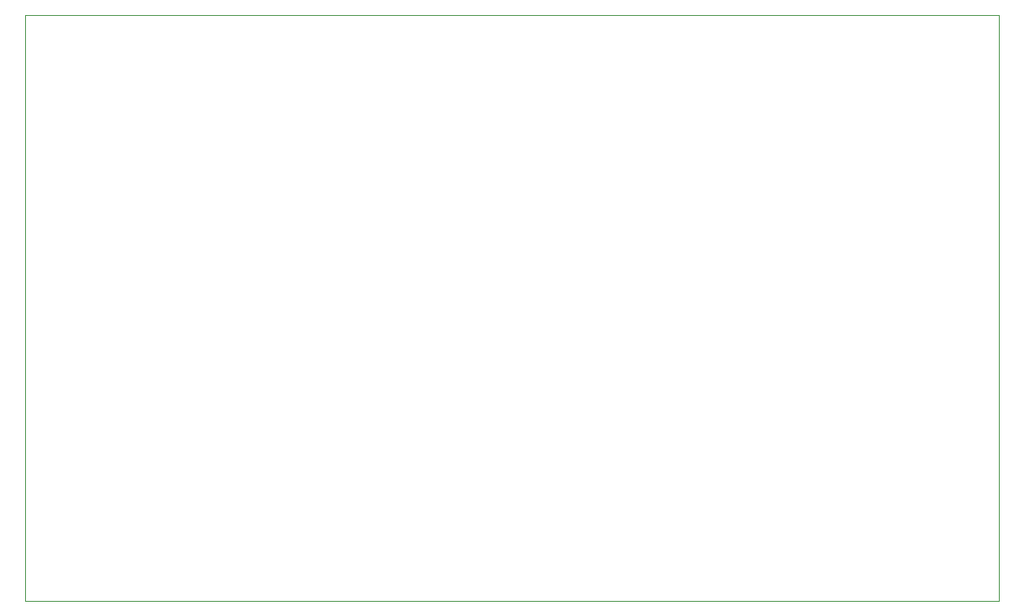
<source format=gbr>
%TF.GenerationSoftware,KiCad,Pcbnew,8.0.1*%
%TF.CreationDate,2024-04-25T16:48:04-05:00*%
%TF.ProjectId,C1,43312e6b-6963-4616-945f-706362585858,rev?*%
%TF.SameCoordinates,Original*%
%TF.FileFunction,Profile,NP*%
%FSLAX46Y46*%
G04 Gerber Fmt 4.6, Leading zero omitted, Abs format (unit mm)*
G04 Created by KiCad (PCBNEW 8.0.1) date 2024-04-25 16:48:04*
%MOMM*%
%LPD*%
G01*
G04 APERTURE LIST*
%TA.AperFunction,Profile*%
%ADD10C,0.100000*%
%TD*%
G04 APERTURE END LIST*
D10*
X72279000Y-48734000D02*
X170785275Y-48734000D01*
X170785275Y-108029275D01*
X72279000Y-108029275D01*
X72279000Y-48734000D01*
M02*

</source>
